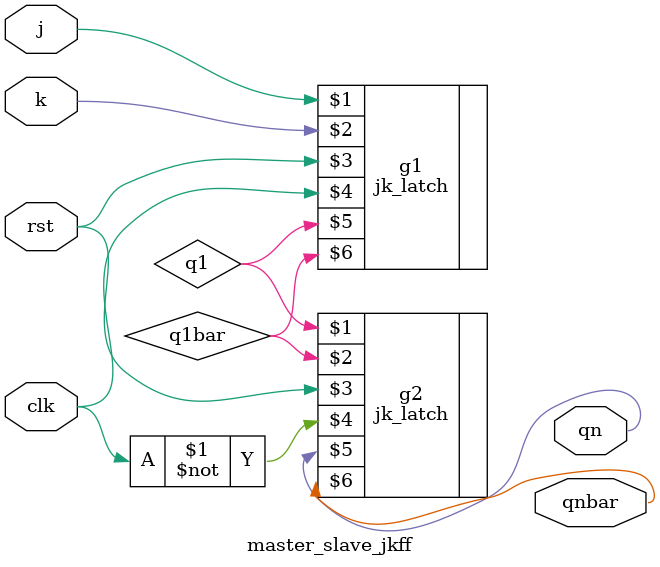
<source format=v>

module master_slave_jkff(input j, k , rst, clk, output qn, qnbar);

 wire q1,q1bar;
 
  jk_latch g1(j, k, rst, clk, q1,q1bar);
  
  jk_latch g2(q1, q1bar, rst, ~clk, qn, qnbar);
  
endmodule

</source>
